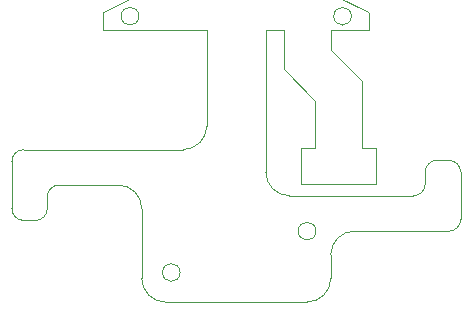
<source format=gbr>
%TF.GenerationSoftware,KiCad,Pcbnew,7.0.1*%
%TF.CreationDate,2024-01-03T23:29:52+00:00*%
%TF.ProjectId,watch_lower,77617463-685f-46c6-9f77-65722e6b6963,rev?*%
%TF.SameCoordinates,Original*%
%TF.FileFunction,Profile,NP*%
%FSLAX46Y46*%
G04 Gerber Fmt 4.6, Leading zero omitted, Abs format (unit mm)*
G04 Created by KiCad (PCBNEW 7.0.1) date 2024-01-03 23:29:52*
%MOMM*%
%LPD*%
G01*
G04 APERTURE LIST*
%TA.AperFunction,Profile*%
%ADD10C,0.100000*%
%TD*%
G04 APERTURE END LIST*
D10*
X100750000Y-76850000D02*
G75*
G03*
X100750000Y-76850000I-750000J0D01*
G01*
X112250000Y-73350000D02*
G75*
G03*
X112250000Y-73350000I-750000J0D01*
G01*
%TO.C,U101*%
X86500006Y-67443756D02*
X86500006Y-71443756D01*
X87500006Y-72443756D02*
X88500006Y-72443756D01*
X89500000Y-70443750D02*
X89500000Y-71443750D01*
X90500000Y-66443750D02*
X87500006Y-66443756D01*
X90500000Y-69443750D02*
X95500000Y-69443750D01*
X94250000Y-54850000D02*
X94250000Y-56350000D01*
X94250000Y-56350000D02*
X103000000Y-56350000D01*
X97500000Y-71443750D02*
X97500000Y-77350000D01*
X99500000Y-79350000D02*
X111500000Y-79350000D01*
X101000000Y-66443750D02*
X90500000Y-66443750D01*
X103000000Y-56350000D02*
X103000000Y-60350000D01*
X103000000Y-60350000D02*
X103000000Y-64443750D01*
X108000000Y-60350000D02*
X108000000Y-56350000D01*
X108000000Y-68350000D02*
X108000000Y-60350000D01*
X109500000Y-56350000D02*
X108000000Y-56350000D01*
X109500000Y-56350000D02*
X109500000Y-58006854D01*
X109500000Y-58006854D02*
X109500000Y-59663709D01*
X109500000Y-59663709D02*
X112170000Y-62333709D01*
X110970000Y-66350000D02*
X110970000Y-69350000D01*
X110970000Y-69350000D02*
X117370000Y-69350000D01*
X112170000Y-62333709D02*
X112170000Y-65350000D01*
X112170000Y-65350000D02*
X112170000Y-66350000D01*
X112170000Y-66350000D02*
X110970000Y-66350000D01*
X113500000Y-56350000D02*
X116750000Y-56350000D01*
X113500000Y-58006854D02*
X113500000Y-56350000D01*
X113500000Y-77350000D02*
X113500000Y-75350000D01*
X115500000Y-73350000D02*
X120500000Y-73350000D01*
X116170000Y-60676854D02*
X113500000Y-58006854D01*
X116170000Y-62333709D02*
X116170000Y-60676854D01*
X116170000Y-65350000D02*
X116170000Y-62333709D01*
X116170000Y-66350000D02*
X116170000Y-65350000D01*
X116750000Y-56350000D02*
X116750000Y-54850000D01*
X117370000Y-66350000D02*
X116170000Y-66350000D01*
X117370000Y-69350000D02*
X117370000Y-66350000D01*
X120500000Y-70350000D02*
X110000000Y-70350000D01*
X120500000Y-73350000D02*
X123500000Y-73350000D01*
X121500000Y-69350000D02*
X121500000Y-68350000D01*
X123500000Y-67350000D02*
X122500000Y-67350000D01*
X124500000Y-68350000D02*
X124500000Y-72350000D01*
X87500006Y-66443756D02*
G75*
G03*
X86500006Y-67443756I-8J-999992D01*
G01*
X86500006Y-71443756D02*
G75*
G03*
X87500006Y-72443756I1000074J74D01*
G01*
X90500000Y-69443750D02*
G75*
G03*
X89500000Y-70443750I-8J-999992D01*
G01*
X88500006Y-72443756D02*
G75*
G03*
X89500006Y-71443756I-74J1000074D01*
G01*
X116750000Y-54850000D02*
G75*
G03*
X94250000Y-54850000I-11250000J-19593750D01*
G01*
X97500047Y-71443723D02*
G75*
G03*
X95500047Y-69443723I-1999992J8D01*
G01*
X97500000Y-77350000D02*
G75*
G03*
X99500000Y-79350000I2000033J33D01*
G01*
X101000027Y-66443797D02*
G75*
G03*
X103000027Y-64443797I-70J2000070D01*
G01*
X107999997Y-68349923D02*
G75*
G03*
X109999997Y-70349923I2000093J93D01*
G01*
X111500000Y-79350000D02*
G75*
G03*
X113500000Y-77350000I-90J2000090D01*
G01*
X115500077Y-73349997D02*
G75*
G03*
X113500077Y-75349997I-37J-1999963D01*
G01*
X122500000Y-67350000D02*
G75*
G03*
X121500000Y-68350000I0J-1000000D01*
G01*
X120500000Y-70350000D02*
G75*
G03*
X121500000Y-69350000I0J1000000D01*
G01*
X124500000Y-68350000D02*
G75*
G03*
X123500000Y-67350000I-1000000J0D01*
G01*
X123500000Y-73350000D02*
G75*
G03*
X124500000Y-72350000I-100J1000100D01*
G01*
X97250000Y-55150000D02*
G75*
G03*
X97250000Y-55150000I-750000J0D01*
G01*
X115250000Y-55150000D02*
G75*
G03*
X115250000Y-55150000I-750000J0D01*
G01*
%TD*%
M02*

</source>
